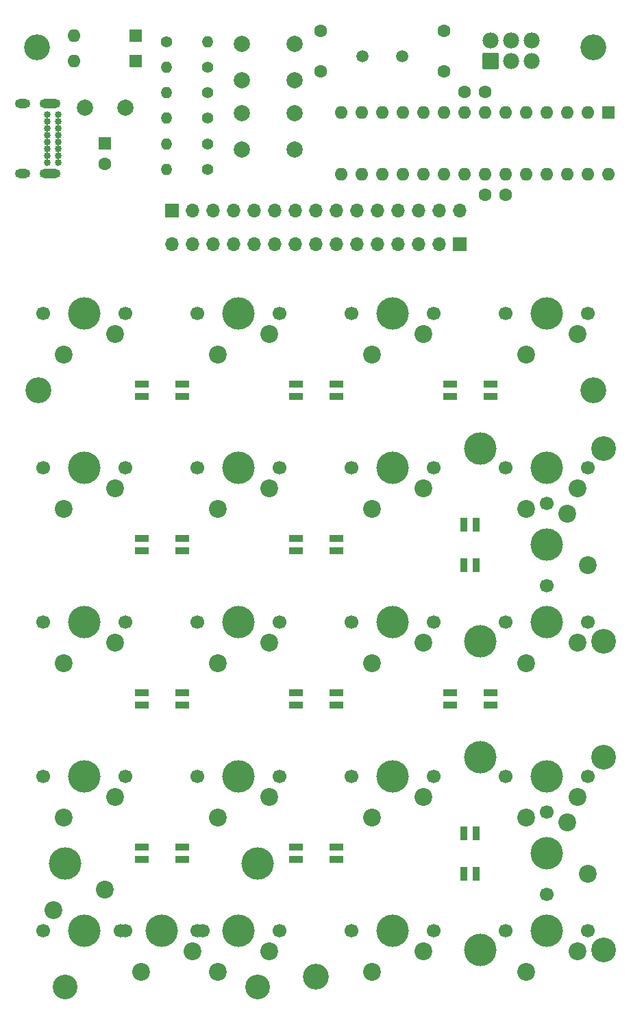
<source format=gbr>
%TF.GenerationSoftware,KiCad,Pcbnew,7.0.6*%
%TF.CreationDate,2024-02-22T13:24:58-05:00*%
%TF.ProjectId,20Key_macropad,32304b65-795f-46d6-9163-726f7061642e,rev?*%
%TF.SameCoordinates,Original*%
%TF.FileFunction,Soldermask,Top*%
%TF.FilePolarity,Negative*%
%FSLAX46Y46*%
G04 Gerber Fmt 4.6, Leading zero omitted, Abs format (unit mm)*
G04 Created by KiCad (PCBNEW 7.0.6) date 2024-02-22 13:24:58*
%MOMM*%
%LPD*%
G01*
G04 APERTURE LIST*
G04 Aperture macros list*
%AMRoundRect*
0 Rectangle with rounded corners*
0 $1 Rounding radius*
0 $2 $3 $4 $5 $6 $7 $8 $9 X,Y pos of 4 corners*
0 Add a 4 corners polygon primitive as box body*
4,1,4,$2,$3,$4,$5,$6,$7,$8,$9,$2,$3,0*
0 Add four circle primitives for the rounded corners*
1,1,$1+$1,$2,$3*
1,1,$1+$1,$4,$5*
1,1,$1+$1,$6,$7*
1,1,$1+$1,$8,$9*
0 Add four rect primitives between the rounded corners*
20,1,$1+$1,$2,$3,$4,$5,0*
20,1,$1+$1,$4,$5,$6,$7,0*
20,1,$1+$1,$6,$7,$8,$9,0*
20,1,$1+$1,$8,$9,$2,$3,0*%
G04 Aperture macros list end*
%ADD10R,1.803400X0.812800*%
%ADD11R,0.812800X1.803400*%
%ADD12C,1.700000*%
%ADD13C,4.000000*%
%ADD14C,2.200000*%
%ADD15C,3.050000*%
%ADD16C,1.400000*%
%ADD17O,1.400000X1.400000*%
%ADD18C,2.000000*%
%ADD19C,0.854000*%
%ADD20O,1.904000X1.104000*%
%ADD21O,2.604000X1.104000*%
%ADD22R,1.600000X1.600000*%
%ADD23O,1.600000X1.600000*%
%ADD24C,1.600000*%
%ADD25C,3.200000*%
%ADD26R,1.700000X1.700000*%
%ADD27O,1.700000X1.700000*%
%ADD28RoundRect,0.102000X0.889000X-0.889000X0.889000X0.889000X-0.889000X0.889000X-0.889000X-0.889000X0*%
%ADD29C,1.982000*%
%ADD30C,1.500000*%
G04 APERTURE END LIST*
D10*
%TO.C,LED3*%
X160565000Y-78293000D03*
X160565000Y-79791600D03*
X155561200Y-79791600D03*
X155561200Y-78293000D03*
%TD*%
%TO.C,LED1*%
X122465000Y-78293000D03*
X122465000Y-79791600D03*
X117461200Y-79791600D03*
X117461200Y-78293000D03*
%TD*%
%TO.C,LED7*%
X122465000Y-116393000D03*
X122465000Y-117891600D03*
X117461200Y-117891600D03*
X117461200Y-116393000D03*
%TD*%
%TO.C,LED11*%
X141515000Y-135443000D03*
X141515000Y-136941600D03*
X136511200Y-136941600D03*
X136511200Y-135443000D03*
%TD*%
%TO.C,LED9*%
X160565000Y-116393000D03*
X160565000Y-117891600D03*
X155561200Y-117891600D03*
X155561200Y-116393000D03*
%TD*%
D11*
%TO.C,LED12*%
X158787000Y-138745000D03*
X157288400Y-138745000D03*
X157288400Y-133741200D03*
X158787000Y-133741200D03*
%TD*%
D10*
%TO.C,LED10*%
X122465000Y-135443000D03*
X122465000Y-136941600D03*
X117461200Y-136941600D03*
X117461200Y-135443000D03*
%TD*%
%TO.C,LED2*%
X141515000Y-78293000D03*
X141515000Y-79791600D03*
X136511200Y-79791600D03*
X136511200Y-78293000D03*
%TD*%
%TO.C,LED4*%
X122465000Y-97343000D03*
X122465000Y-98841600D03*
X117461200Y-98841600D03*
X117461200Y-97343000D03*
%TD*%
%TO.C,LED8*%
X141515000Y-116393000D03*
X141515000Y-117891600D03*
X136511200Y-117891600D03*
X136511200Y-116393000D03*
%TD*%
%TO.C,LED5*%
X141515000Y-97343000D03*
X141515000Y-98841600D03*
X136511200Y-98841600D03*
X136511200Y-97343000D03*
%TD*%
D11*
%TO.C,LED6*%
X158787000Y-100645000D03*
X157288400Y-100645000D03*
X157288400Y-95641200D03*
X158787000Y-95641200D03*
%TD*%
D12*
%TO.C,SW4*%
X172630000Y-69530000D03*
D13*
X167550000Y-69530000D03*
D12*
X162470000Y-69530000D03*
D14*
X165010000Y-74610000D03*
X171360000Y-72070000D03*
%TD*%
D12*
%TO.C,SW19*%
X153580000Y-145730000D03*
D13*
X148500000Y-145730000D03*
D12*
X143420000Y-145730000D03*
D14*
X145960000Y-150810000D03*
X152310000Y-148270000D03*
%TD*%
D12*
%TO.C,SW9*%
X115480000Y-107630000D03*
D13*
X110400000Y-107630000D03*
D12*
X105320000Y-107630000D03*
D14*
X107860000Y-112710000D03*
X114210000Y-110170000D03*
%TD*%
D12*
%TO.C,SW13*%
X115480000Y-126680000D03*
D13*
X110400000Y-126680000D03*
D12*
X105320000Y-126680000D03*
D14*
X107860000Y-131760000D03*
X114210000Y-129220000D03*
%TD*%
D12*
%TO.C,SW20*%
X172630000Y-145730000D03*
D13*
X167550000Y-145730000D03*
D12*
X162470000Y-145730000D03*
D14*
X165010000Y-150810000D03*
X171360000Y-148270000D03*
%TD*%
D12*
%TO.C,SW6*%
X134530000Y-88580000D03*
D13*
X129450000Y-88580000D03*
D12*
X124370000Y-88580000D03*
D14*
X126910000Y-93660000D03*
X133260000Y-91120000D03*
%TD*%
D12*
%TO.C,SW7*%
X153580000Y-88580000D03*
D13*
X148500000Y-88580000D03*
D12*
X143420000Y-88580000D03*
D14*
X145960000Y-93660000D03*
X152310000Y-91120000D03*
%TD*%
D12*
%TO.C,SW3*%
X153580000Y-69530000D03*
D13*
X148500000Y-69530000D03*
D12*
X143420000Y-69530000D03*
D14*
X145960000Y-74610000D03*
X152310000Y-72070000D03*
%TD*%
D12*
%TO.C,SW12*%
X172630000Y-107630000D03*
D13*
X167550000Y-107630000D03*
D12*
X162470000Y-107630000D03*
D14*
X165010000Y-112710000D03*
X171360000Y-110170000D03*
%TD*%
D12*
%TO.C,SW18*%
X134530000Y-145730000D03*
D13*
X129450000Y-145730000D03*
D12*
X124370000Y-145730000D03*
D14*
X126910000Y-150810000D03*
X133260000Y-148270000D03*
%TD*%
D12*
%TO.C,SW11*%
X153580000Y-107630000D03*
D13*
X148500000Y-107630000D03*
D12*
X143420000Y-107630000D03*
D14*
X145960000Y-112710000D03*
X152310000Y-110170000D03*
%TD*%
D12*
%TO.C,SW15*%
X153580000Y-126680000D03*
D13*
X148500000Y-126680000D03*
D12*
X143420000Y-126680000D03*
D14*
X145960000Y-131760000D03*
X152310000Y-129220000D03*
%TD*%
D12*
%TO.C,SW14*%
X134530000Y-126680000D03*
D13*
X129450000Y-126680000D03*
D12*
X124370000Y-126680000D03*
D14*
X126910000Y-131760000D03*
X133260000Y-129220000D03*
%TD*%
D12*
%TO.C,SW10*%
X134530000Y-107630000D03*
D13*
X129450000Y-107630000D03*
D12*
X124370000Y-107630000D03*
D14*
X126910000Y-112710000D03*
X133260000Y-110170000D03*
%TD*%
D12*
%TO.C,SW16*%
X172630000Y-126680000D03*
D13*
X167550000Y-126680000D03*
D12*
X162470000Y-126680000D03*
D14*
X165010000Y-131760000D03*
X171360000Y-129220000D03*
%TD*%
D12*
%TO.C,SW17*%
X105320000Y-145730000D03*
D13*
X110400000Y-145730000D03*
D12*
X115480000Y-145730000D03*
D14*
X112940000Y-140650000D03*
X106590000Y-143190000D03*
%TD*%
D12*
%TO.C,SW1*%
X115480000Y-69530000D03*
D13*
X110400000Y-69530000D03*
D12*
X105320000Y-69530000D03*
D14*
X107860000Y-74610000D03*
X114210000Y-72070000D03*
%TD*%
D12*
%TO.C,SW2*%
X134530000Y-69530000D03*
D13*
X129450000Y-69530000D03*
D12*
X124370000Y-69530000D03*
D14*
X126910000Y-74610000D03*
X133260000Y-72070000D03*
%TD*%
D12*
%TO.C,SW8*%
X172630000Y-88580000D03*
D13*
X167550000Y-88580000D03*
D12*
X162470000Y-88580000D03*
D14*
X165010000Y-93660000D03*
X171360000Y-91120000D03*
%TD*%
D12*
%TO.C,SW5*%
X115480000Y-88580000D03*
D13*
X110400000Y-88580000D03*
D12*
X105320000Y-88580000D03*
D14*
X107860000Y-93660000D03*
X114210000Y-91120000D03*
%TD*%
D15*
%TO.C,SW8*%
X174550000Y-86205000D03*
D13*
X159310000Y-86205000D03*
D12*
X167550000Y-93025000D03*
D13*
X167550000Y-98105000D03*
D12*
X167550000Y-103185000D03*
D15*
X174550000Y-110005000D03*
D13*
X159310000Y-110005000D03*
D14*
X172630000Y-100645000D03*
X170090000Y-94295000D03*
%TD*%
D15*
%TO.C,SW18*%
X131825000Y-152730000D03*
D13*
X131825000Y-137490000D03*
D12*
X125005000Y-145730000D03*
D13*
X119925000Y-145730000D03*
D12*
X114845000Y-145730000D03*
D15*
X108025000Y-152730000D03*
D13*
X108025000Y-137490000D03*
D14*
X117385000Y-150810000D03*
X123735000Y-148270000D03*
%TD*%
D15*
%TO.C,SW16*%
X174550000Y-124305000D03*
D13*
X159310000Y-124305000D03*
D12*
X167550000Y-131125000D03*
D13*
X167550000Y-136205000D03*
D12*
X167550000Y-141285000D03*
D15*
X174550000Y-148105000D03*
D13*
X159310000Y-148105000D03*
D14*
X172630000Y-138745000D03*
X170090000Y-132395000D03*
%TD*%
D16*
%TO.C,R3*%
X125640000Y-42300000D03*
D17*
X120560000Y-42300000D03*
%TD*%
D18*
%TO.C,BOOT1*%
X129871052Y-36283872D03*
X136371052Y-36283872D03*
X129871052Y-40783872D03*
X136371052Y-40783872D03*
%TD*%
D19*
%TO.C,J1*%
X107140000Y-44965000D03*
X107140000Y-45815000D03*
X107140000Y-46665000D03*
X107140000Y-47515000D03*
X107140000Y-48365000D03*
X107140000Y-49215000D03*
X107140000Y-50065000D03*
X107140000Y-50915000D03*
X105790000Y-50915000D03*
X105790000Y-50065000D03*
X105790000Y-49215000D03*
X105790000Y-48365000D03*
X105790000Y-47515000D03*
X105790000Y-46665000D03*
X105790000Y-45815000D03*
X105790000Y-44965000D03*
D20*
X102780000Y-43615000D03*
X102780000Y-52265000D03*
D21*
X106160000Y-43615000D03*
X106160000Y-52265000D03*
%TD*%
D22*
%TO.C,D21*%
X116750000Y-35240000D03*
D23*
X109130000Y-35240000D03*
%TD*%
D24*
%TO.C,C5*%
X159950000Y-54925000D03*
X162450000Y-54925000D03*
%TD*%
D16*
%TO.C,R5*%
X125640000Y-48600000D03*
D17*
X120560000Y-48600000D03*
%TD*%
D22*
%TO.C,C4*%
X112940000Y-48575000D03*
D24*
X112940000Y-51075000D03*
%TD*%
D25*
%TO.C,REF\u002A\u002A*%
X138975000Y-151445000D03*
%TD*%
D16*
%TO.C,R6*%
X125640000Y-51750000D03*
D17*
X120560000Y-51750000D03*
%TD*%
D24*
%TO.C,C3*%
X159910000Y-42225000D03*
X157410000Y-42225000D03*
%TD*%
D16*
%TO.C,R2*%
X125640000Y-39150000D03*
D17*
X120560000Y-39150000D03*
%TD*%
D18*
%TO.C,RESET1*%
X129871052Y-44833872D03*
X136371052Y-44833872D03*
X129871052Y-49333872D03*
X136371052Y-49333872D03*
%TD*%
D22*
%TO.C,D22*%
X116750000Y-38415000D03*
D23*
X109130000Y-38415000D03*
%TD*%
D18*
%TO.C,F1*%
X115440000Y-44130000D03*
X110440000Y-44130000D03*
%TD*%
D26*
%TO.C,J3*%
X156755000Y-61021000D03*
D27*
X154215000Y-61021000D03*
X151675000Y-61021000D03*
X149135000Y-61021000D03*
X146595000Y-61021000D03*
X144055000Y-61021000D03*
X141515000Y-61021000D03*
X138975000Y-61021000D03*
X136435000Y-61021000D03*
X133895000Y-61021000D03*
X131355000Y-61021000D03*
X128815000Y-61021000D03*
X126275000Y-61021000D03*
X123735000Y-61021000D03*
X121195000Y-61021000D03*
%TD*%
D22*
%TO.C,U1*%
X175160000Y-44765000D03*
D23*
X172620000Y-44765000D03*
X170080000Y-44765000D03*
X167540000Y-44765000D03*
X165000000Y-44765000D03*
X162460000Y-44765000D03*
X159920000Y-44765000D03*
X157380000Y-44765000D03*
X154840000Y-44765000D03*
X152300000Y-44765000D03*
X149760000Y-44765000D03*
X147220000Y-44765000D03*
X144680000Y-44765000D03*
X142140000Y-44765000D03*
X142140000Y-52385000D03*
X144680000Y-52385000D03*
X147220000Y-52385000D03*
X149760000Y-52385000D03*
X152300000Y-52385000D03*
X154840000Y-52385000D03*
X157380000Y-52385000D03*
X159920000Y-52385000D03*
X162460000Y-52385000D03*
X165000000Y-52385000D03*
X167540000Y-52385000D03*
X170080000Y-52385000D03*
X172620000Y-52385000D03*
X175160000Y-52385000D03*
%TD*%
D24*
%TO.C,C2*%
X139610000Y-39645000D03*
X139610000Y-34645000D03*
%TD*%
D25*
%TO.C,REF\u002A\u002A*%
X173265000Y-79055000D03*
%TD*%
D26*
%TO.C,J2*%
X121195000Y-56830000D03*
D27*
X123735000Y-56830000D03*
X126275000Y-56830000D03*
X128815000Y-56830000D03*
X131355000Y-56830000D03*
X133895000Y-56830000D03*
X136435000Y-56830000D03*
X138975000Y-56830000D03*
X141515000Y-56830000D03*
X144055000Y-56830000D03*
X146595000Y-56830000D03*
X149135000Y-56830000D03*
X151675000Y-56830000D03*
X154215000Y-56830000D03*
X156755000Y-56830000D03*
%TD*%
D25*
%TO.C,REF\u002A\u002A*%
X173300000Y-36730000D03*
%TD*%
D28*
%TO.C,X1*%
X160565000Y-38415000D03*
D29*
X160565000Y-35875000D03*
X163105000Y-38415000D03*
X163105000Y-35875000D03*
X165645000Y-38415000D03*
X165645000Y-35875000D03*
%TD*%
D25*
%TO.C,REF\u002A\u002A*%
X104550000Y-36730000D03*
%TD*%
D16*
%TO.C,R4*%
X125640000Y-45400000D03*
D17*
X120560000Y-45400000D03*
%TD*%
D24*
%TO.C,C1*%
X154850000Y-39645000D03*
X154850000Y-34645000D03*
%TD*%
D30*
%TO.C,Y1*%
X144780000Y-37780000D03*
X149660000Y-37780000D03*
%TD*%
D25*
%TO.C,REF\u002A\u002A*%
X104685000Y-79055000D03*
%TD*%
D16*
%TO.C,R1*%
X120560000Y-36000000D03*
D17*
X125640000Y-36000000D03*
%TD*%
M02*

</source>
